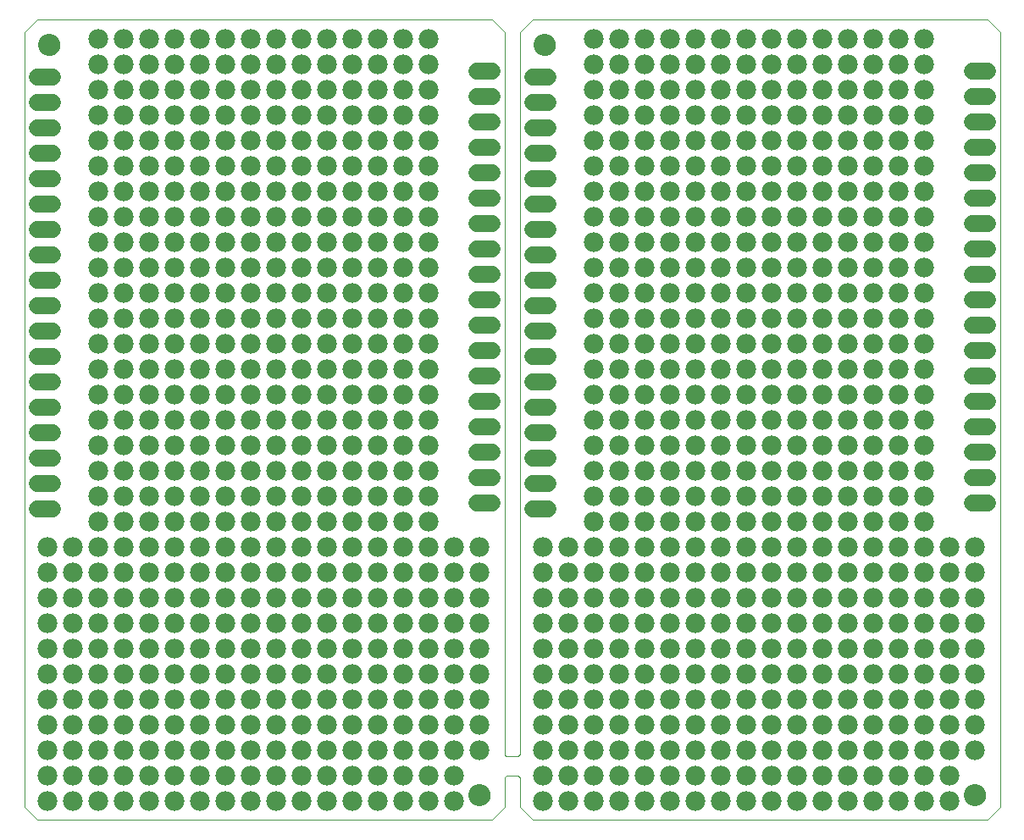
<source format=gts>
G75*
%MOIN*%
%OFA0B0*%
%FSLAX25Y25*%
%IPPOS*%
%LPD*%
%AMOC8*
5,1,8,0,0,1.08239X$1,22.5*
%
%ADD10C,0.00000*%
%ADD11C,0.08674*%
%ADD12C,0.06800*%
%ADD13C,0.07800*%
D10*
X0001202Y0006000D02*
X0006202Y0001000D01*
X0185202Y0001000D01*
X0190202Y0006000D01*
X0190202Y0017250D01*
X0190204Y0017318D01*
X0190209Y0017385D01*
X0190218Y0017452D01*
X0190231Y0017519D01*
X0190248Y0017584D01*
X0190267Y0017649D01*
X0190291Y0017713D01*
X0190318Y0017775D01*
X0190348Y0017836D01*
X0190381Y0017894D01*
X0190417Y0017951D01*
X0190457Y0018006D01*
X0190499Y0018059D01*
X0190545Y0018110D01*
X0190592Y0018157D01*
X0190643Y0018203D01*
X0190696Y0018245D01*
X0190751Y0018285D01*
X0190808Y0018321D01*
X0190866Y0018354D01*
X0190927Y0018384D01*
X0190989Y0018411D01*
X0191053Y0018435D01*
X0191118Y0018454D01*
X0191183Y0018471D01*
X0191250Y0018484D01*
X0191317Y0018493D01*
X0191384Y0018498D01*
X0191452Y0018500D01*
X0194952Y0018500D01*
X0195020Y0018498D01*
X0195087Y0018493D01*
X0195154Y0018484D01*
X0195221Y0018471D01*
X0195286Y0018454D01*
X0195351Y0018435D01*
X0195415Y0018411D01*
X0195477Y0018384D01*
X0195538Y0018354D01*
X0195596Y0018321D01*
X0195653Y0018285D01*
X0195708Y0018245D01*
X0195761Y0018203D01*
X0195812Y0018157D01*
X0195859Y0018110D01*
X0195905Y0018059D01*
X0195947Y0018006D01*
X0195987Y0017951D01*
X0196023Y0017894D01*
X0196056Y0017836D01*
X0196086Y0017775D01*
X0196113Y0017713D01*
X0196137Y0017649D01*
X0196156Y0017584D01*
X0196173Y0017519D01*
X0196186Y0017452D01*
X0196195Y0017385D01*
X0196200Y0017318D01*
X0196202Y0017250D01*
X0196202Y0006000D01*
X0201202Y0001000D01*
X0380202Y0001000D01*
X0385202Y0006000D01*
X0385202Y0311000D01*
X0380202Y0316000D01*
X0201202Y0316000D01*
X0196202Y0311000D01*
X0196202Y0027250D01*
X0196200Y0027182D01*
X0196195Y0027115D01*
X0196186Y0027048D01*
X0196173Y0026981D01*
X0196156Y0026916D01*
X0196137Y0026851D01*
X0196113Y0026787D01*
X0196086Y0026725D01*
X0196056Y0026664D01*
X0196023Y0026606D01*
X0195987Y0026549D01*
X0195947Y0026494D01*
X0195905Y0026441D01*
X0195859Y0026390D01*
X0195812Y0026343D01*
X0195761Y0026297D01*
X0195708Y0026255D01*
X0195653Y0026215D01*
X0195596Y0026179D01*
X0195538Y0026146D01*
X0195477Y0026116D01*
X0195415Y0026089D01*
X0195351Y0026065D01*
X0195286Y0026046D01*
X0195221Y0026029D01*
X0195154Y0026016D01*
X0195087Y0026007D01*
X0195020Y0026002D01*
X0194952Y0026000D01*
X0191452Y0026000D01*
X0191384Y0026002D01*
X0191317Y0026007D01*
X0191250Y0026016D01*
X0191183Y0026029D01*
X0191118Y0026046D01*
X0191053Y0026065D01*
X0190989Y0026089D01*
X0190927Y0026116D01*
X0190866Y0026146D01*
X0190808Y0026179D01*
X0190751Y0026215D01*
X0190696Y0026255D01*
X0190643Y0026297D01*
X0190592Y0026343D01*
X0190545Y0026390D01*
X0190499Y0026441D01*
X0190457Y0026494D01*
X0190417Y0026549D01*
X0190381Y0026606D01*
X0190348Y0026664D01*
X0190318Y0026725D01*
X0190291Y0026787D01*
X0190267Y0026851D01*
X0190248Y0026916D01*
X0190231Y0026981D01*
X0190218Y0027048D01*
X0190209Y0027115D01*
X0190204Y0027182D01*
X0190202Y0027250D01*
X0190202Y0311000D01*
X0185202Y0316000D01*
X0006202Y0316000D01*
X0001202Y0311000D01*
X0001202Y0006000D01*
X0176423Y0010843D02*
X0176425Y0010968D01*
X0176431Y0011093D01*
X0176441Y0011217D01*
X0176455Y0011341D01*
X0176472Y0011465D01*
X0176494Y0011588D01*
X0176520Y0011710D01*
X0176549Y0011832D01*
X0176582Y0011952D01*
X0176620Y0012071D01*
X0176660Y0012190D01*
X0176705Y0012306D01*
X0176753Y0012421D01*
X0176805Y0012535D01*
X0176861Y0012647D01*
X0176920Y0012757D01*
X0176982Y0012865D01*
X0177048Y0012972D01*
X0177117Y0013076D01*
X0177190Y0013177D01*
X0177265Y0013277D01*
X0177344Y0013374D01*
X0177426Y0013468D01*
X0177511Y0013560D01*
X0177598Y0013649D01*
X0177689Y0013735D01*
X0177782Y0013818D01*
X0177878Y0013899D01*
X0177976Y0013976D01*
X0178076Y0014050D01*
X0178179Y0014121D01*
X0178284Y0014188D01*
X0178392Y0014253D01*
X0178501Y0014313D01*
X0178612Y0014371D01*
X0178725Y0014424D01*
X0178839Y0014474D01*
X0178955Y0014521D01*
X0179072Y0014563D01*
X0179191Y0014602D01*
X0179311Y0014638D01*
X0179432Y0014669D01*
X0179554Y0014697D01*
X0179676Y0014720D01*
X0179800Y0014740D01*
X0179924Y0014756D01*
X0180048Y0014768D01*
X0180173Y0014776D01*
X0180298Y0014780D01*
X0180422Y0014780D01*
X0180547Y0014776D01*
X0180672Y0014768D01*
X0180796Y0014756D01*
X0180920Y0014740D01*
X0181044Y0014720D01*
X0181166Y0014697D01*
X0181288Y0014669D01*
X0181409Y0014638D01*
X0181529Y0014602D01*
X0181648Y0014563D01*
X0181765Y0014521D01*
X0181881Y0014474D01*
X0181995Y0014424D01*
X0182108Y0014371D01*
X0182219Y0014313D01*
X0182329Y0014253D01*
X0182436Y0014188D01*
X0182541Y0014121D01*
X0182644Y0014050D01*
X0182744Y0013976D01*
X0182842Y0013899D01*
X0182938Y0013818D01*
X0183031Y0013735D01*
X0183122Y0013649D01*
X0183209Y0013560D01*
X0183294Y0013468D01*
X0183376Y0013374D01*
X0183455Y0013277D01*
X0183530Y0013177D01*
X0183603Y0013076D01*
X0183672Y0012972D01*
X0183738Y0012865D01*
X0183800Y0012757D01*
X0183859Y0012647D01*
X0183915Y0012535D01*
X0183967Y0012421D01*
X0184015Y0012306D01*
X0184060Y0012190D01*
X0184100Y0012071D01*
X0184138Y0011952D01*
X0184171Y0011832D01*
X0184200Y0011710D01*
X0184226Y0011588D01*
X0184248Y0011465D01*
X0184265Y0011341D01*
X0184279Y0011217D01*
X0184289Y0011093D01*
X0184295Y0010968D01*
X0184297Y0010843D01*
X0184295Y0010718D01*
X0184289Y0010593D01*
X0184279Y0010469D01*
X0184265Y0010345D01*
X0184248Y0010221D01*
X0184226Y0010098D01*
X0184200Y0009976D01*
X0184171Y0009854D01*
X0184138Y0009734D01*
X0184100Y0009615D01*
X0184060Y0009496D01*
X0184015Y0009380D01*
X0183967Y0009265D01*
X0183915Y0009151D01*
X0183859Y0009039D01*
X0183800Y0008929D01*
X0183738Y0008821D01*
X0183672Y0008714D01*
X0183603Y0008610D01*
X0183530Y0008509D01*
X0183455Y0008409D01*
X0183376Y0008312D01*
X0183294Y0008218D01*
X0183209Y0008126D01*
X0183122Y0008037D01*
X0183031Y0007951D01*
X0182938Y0007868D01*
X0182842Y0007787D01*
X0182744Y0007710D01*
X0182644Y0007636D01*
X0182541Y0007565D01*
X0182436Y0007498D01*
X0182328Y0007433D01*
X0182219Y0007373D01*
X0182108Y0007315D01*
X0181995Y0007262D01*
X0181881Y0007212D01*
X0181765Y0007165D01*
X0181648Y0007123D01*
X0181529Y0007084D01*
X0181409Y0007048D01*
X0181288Y0007017D01*
X0181166Y0006989D01*
X0181044Y0006966D01*
X0180920Y0006946D01*
X0180796Y0006930D01*
X0180672Y0006918D01*
X0180547Y0006910D01*
X0180422Y0006906D01*
X0180298Y0006906D01*
X0180173Y0006910D01*
X0180048Y0006918D01*
X0179924Y0006930D01*
X0179800Y0006946D01*
X0179676Y0006966D01*
X0179554Y0006989D01*
X0179432Y0007017D01*
X0179311Y0007048D01*
X0179191Y0007084D01*
X0179072Y0007123D01*
X0178955Y0007165D01*
X0178839Y0007212D01*
X0178725Y0007262D01*
X0178612Y0007315D01*
X0178501Y0007373D01*
X0178391Y0007433D01*
X0178284Y0007498D01*
X0178179Y0007565D01*
X0178076Y0007636D01*
X0177976Y0007710D01*
X0177878Y0007787D01*
X0177782Y0007868D01*
X0177689Y0007951D01*
X0177598Y0008037D01*
X0177511Y0008126D01*
X0177426Y0008218D01*
X0177344Y0008312D01*
X0177265Y0008409D01*
X0177190Y0008509D01*
X0177117Y0008610D01*
X0177048Y0008714D01*
X0176982Y0008821D01*
X0176920Y0008929D01*
X0176861Y0009039D01*
X0176805Y0009151D01*
X0176753Y0009265D01*
X0176705Y0009380D01*
X0176660Y0009496D01*
X0176620Y0009615D01*
X0176582Y0009734D01*
X0176549Y0009854D01*
X0176520Y0009976D01*
X0176494Y0010098D01*
X0176472Y0010221D01*
X0176455Y0010345D01*
X0176441Y0010469D01*
X0176431Y0010593D01*
X0176425Y0010718D01*
X0176423Y0010843D01*
X0371423Y0010843D02*
X0371425Y0010968D01*
X0371431Y0011093D01*
X0371441Y0011217D01*
X0371455Y0011341D01*
X0371472Y0011465D01*
X0371494Y0011588D01*
X0371520Y0011710D01*
X0371549Y0011832D01*
X0371582Y0011952D01*
X0371620Y0012071D01*
X0371660Y0012190D01*
X0371705Y0012306D01*
X0371753Y0012421D01*
X0371805Y0012535D01*
X0371861Y0012647D01*
X0371920Y0012757D01*
X0371982Y0012865D01*
X0372048Y0012972D01*
X0372117Y0013076D01*
X0372190Y0013177D01*
X0372265Y0013277D01*
X0372344Y0013374D01*
X0372426Y0013468D01*
X0372511Y0013560D01*
X0372598Y0013649D01*
X0372689Y0013735D01*
X0372782Y0013818D01*
X0372878Y0013899D01*
X0372976Y0013976D01*
X0373076Y0014050D01*
X0373179Y0014121D01*
X0373284Y0014188D01*
X0373392Y0014253D01*
X0373501Y0014313D01*
X0373612Y0014371D01*
X0373725Y0014424D01*
X0373839Y0014474D01*
X0373955Y0014521D01*
X0374072Y0014563D01*
X0374191Y0014602D01*
X0374311Y0014638D01*
X0374432Y0014669D01*
X0374554Y0014697D01*
X0374676Y0014720D01*
X0374800Y0014740D01*
X0374924Y0014756D01*
X0375048Y0014768D01*
X0375173Y0014776D01*
X0375298Y0014780D01*
X0375422Y0014780D01*
X0375547Y0014776D01*
X0375672Y0014768D01*
X0375796Y0014756D01*
X0375920Y0014740D01*
X0376044Y0014720D01*
X0376166Y0014697D01*
X0376288Y0014669D01*
X0376409Y0014638D01*
X0376529Y0014602D01*
X0376648Y0014563D01*
X0376765Y0014521D01*
X0376881Y0014474D01*
X0376995Y0014424D01*
X0377108Y0014371D01*
X0377219Y0014313D01*
X0377329Y0014253D01*
X0377436Y0014188D01*
X0377541Y0014121D01*
X0377644Y0014050D01*
X0377744Y0013976D01*
X0377842Y0013899D01*
X0377938Y0013818D01*
X0378031Y0013735D01*
X0378122Y0013649D01*
X0378209Y0013560D01*
X0378294Y0013468D01*
X0378376Y0013374D01*
X0378455Y0013277D01*
X0378530Y0013177D01*
X0378603Y0013076D01*
X0378672Y0012972D01*
X0378738Y0012865D01*
X0378800Y0012757D01*
X0378859Y0012647D01*
X0378915Y0012535D01*
X0378967Y0012421D01*
X0379015Y0012306D01*
X0379060Y0012190D01*
X0379100Y0012071D01*
X0379138Y0011952D01*
X0379171Y0011832D01*
X0379200Y0011710D01*
X0379226Y0011588D01*
X0379248Y0011465D01*
X0379265Y0011341D01*
X0379279Y0011217D01*
X0379289Y0011093D01*
X0379295Y0010968D01*
X0379297Y0010843D01*
X0379295Y0010718D01*
X0379289Y0010593D01*
X0379279Y0010469D01*
X0379265Y0010345D01*
X0379248Y0010221D01*
X0379226Y0010098D01*
X0379200Y0009976D01*
X0379171Y0009854D01*
X0379138Y0009734D01*
X0379100Y0009615D01*
X0379060Y0009496D01*
X0379015Y0009380D01*
X0378967Y0009265D01*
X0378915Y0009151D01*
X0378859Y0009039D01*
X0378800Y0008929D01*
X0378738Y0008821D01*
X0378672Y0008714D01*
X0378603Y0008610D01*
X0378530Y0008509D01*
X0378455Y0008409D01*
X0378376Y0008312D01*
X0378294Y0008218D01*
X0378209Y0008126D01*
X0378122Y0008037D01*
X0378031Y0007951D01*
X0377938Y0007868D01*
X0377842Y0007787D01*
X0377744Y0007710D01*
X0377644Y0007636D01*
X0377541Y0007565D01*
X0377436Y0007498D01*
X0377328Y0007433D01*
X0377219Y0007373D01*
X0377108Y0007315D01*
X0376995Y0007262D01*
X0376881Y0007212D01*
X0376765Y0007165D01*
X0376648Y0007123D01*
X0376529Y0007084D01*
X0376409Y0007048D01*
X0376288Y0007017D01*
X0376166Y0006989D01*
X0376044Y0006966D01*
X0375920Y0006946D01*
X0375796Y0006930D01*
X0375672Y0006918D01*
X0375547Y0006910D01*
X0375422Y0006906D01*
X0375298Y0006906D01*
X0375173Y0006910D01*
X0375048Y0006918D01*
X0374924Y0006930D01*
X0374800Y0006946D01*
X0374676Y0006966D01*
X0374554Y0006989D01*
X0374432Y0007017D01*
X0374311Y0007048D01*
X0374191Y0007084D01*
X0374072Y0007123D01*
X0373955Y0007165D01*
X0373839Y0007212D01*
X0373725Y0007262D01*
X0373612Y0007315D01*
X0373501Y0007373D01*
X0373391Y0007433D01*
X0373284Y0007498D01*
X0373179Y0007565D01*
X0373076Y0007636D01*
X0372976Y0007710D01*
X0372878Y0007787D01*
X0372782Y0007868D01*
X0372689Y0007951D01*
X0372598Y0008037D01*
X0372511Y0008126D01*
X0372426Y0008218D01*
X0372344Y0008312D01*
X0372265Y0008409D01*
X0372190Y0008509D01*
X0372117Y0008610D01*
X0372048Y0008714D01*
X0371982Y0008821D01*
X0371920Y0008929D01*
X0371861Y0009039D01*
X0371805Y0009151D01*
X0371753Y0009265D01*
X0371705Y0009380D01*
X0371660Y0009496D01*
X0371620Y0009615D01*
X0371582Y0009734D01*
X0371549Y0009854D01*
X0371520Y0009976D01*
X0371494Y0010098D01*
X0371472Y0010221D01*
X0371455Y0010345D01*
X0371441Y0010469D01*
X0371431Y0010593D01*
X0371425Y0010718D01*
X0371423Y0010843D01*
X0202132Y0306118D02*
X0202134Y0306243D01*
X0202140Y0306368D01*
X0202150Y0306492D01*
X0202164Y0306616D01*
X0202181Y0306740D01*
X0202203Y0306863D01*
X0202229Y0306985D01*
X0202258Y0307107D01*
X0202291Y0307227D01*
X0202329Y0307346D01*
X0202369Y0307465D01*
X0202414Y0307581D01*
X0202462Y0307696D01*
X0202514Y0307810D01*
X0202570Y0307922D01*
X0202629Y0308032D01*
X0202691Y0308140D01*
X0202757Y0308247D01*
X0202826Y0308351D01*
X0202899Y0308452D01*
X0202974Y0308552D01*
X0203053Y0308649D01*
X0203135Y0308743D01*
X0203220Y0308835D01*
X0203307Y0308924D01*
X0203398Y0309010D01*
X0203491Y0309093D01*
X0203587Y0309174D01*
X0203685Y0309251D01*
X0203785Y0309325D01*
X0203888Y0309396D01*
X0203993Y0309463D01*
X0204101Y0309528D01*
X0204210Y0309588D01*
X0204321Y0309646D01*
X0204434Y0309699D01*
X0204548Y0309749D01*
X0204664Y0309796D01*
X0204781Y0309838D01*
X0204900Y0309877D01*
X0205020Y0309913D01*
X0205141Y0309944D01*
X0205263Y0309972D01*
X0205385Y0309995D01*
X0205509Y0310015D01*
X0205633Y0310031D01*
X0205757Y0310043D01*
X0205882Y0310051D01*
X0206007Y0310055D01*
X0206131Y0310055D01*
X0206256Y0310051D01*
X0206381Y0310043D01*
X0206505Y0310031D01*
X0206629Y0310015D01*
X0206753Y0309995D01*
X0206875Y0309972D01*
X0206997Y0309944D01*
X0207118Y0309913D01*
X0207238Y0309877D01*
X0207357Y0309838D01*
X0207474Y0309796D01*
X0207590Y0309749D01*
X0207704Y0309699D01*
X0207817Y0309646D01*
X0207928Y0309588D01*
X0208038Y0309528D01*
X0208145Y0309463D01*
X0208250Y0309396D01*
X0208353Y0309325D01*
X0208453Y0309251D01*
X0208551Y0309174D01*
X0208647Y0309093D01*
X0208740Y0309010D01*
X0208831Y0308924D01*
X0208918Y0308835D01*
X0209003Y0308743D01*
X0209085Y0308649D01*
X0209164Y0308552D01*
X0209239Y0308452D01*
X0209312Y0308351D01*
X0209381Y0308247D01*
X0209447Y0308140D01*
X0209509Y0308032D01*
X0209568Y0307922D01*
X0209624Y0307810D01*
X0209676Y0307696D01*
X0209724Y0307581D01*
X0209769Y0307465D01*
X0209809Y0307346D01*
X0209847Y0307227D01*
X0209880Y0307107D01*
X0209909Y0306985D01*
X0209935Y0306863D01*
X0209957Y0306740D01*
X0209974Y0306616D01*
X0209988Y0306492D01*
X0209998Y0306368D01*
X0210004Y0306243D01*
X0210006Y0306118D01*
X0210004Y0305993D01*
X0209998Y0305868D01*
X0209988Y0305744D01*
X0209974Y0305620D01*
X0209957Y0305496D01*
X0209935Y0305373D01*
X0209909Y0305251D01*
X0209880Y0305129D01*
X0209847Y0305009D01*
X0209809Y0304890D01*
X0209769Y0304771D01*
X0209724Y0304655D01*
X0209676Y0304540D01*
X0209624Y0304426D01*
X0209568Y0304314D01*
X0209509Y0304204D01*
X0209447Y0304096D01*
X0209381Y0303989D01*
X0209312Y0303885D01*
X0209239Y0303784D01*
X0209164Y0303684D01*
X0209085Y0303587D01*
X0209003Y0303493D01*
X0208918Y0303401D01*
X0208831Y0303312D01*
X0208740Y0303226D01*
X0208647Y0303143D01*
X0208551Y0303062D01*
X0208453Y0302985D01*
X0208353Y0302911D01*
X0208250Y0302840D01*
X0208145Y0302773D01*
X0208037Y0302708D01*
X0207928Y0302648D01*
X0207817Y0302590D01*
X0207704Y0302537D01*
X0207590Y0302487D01*
X0207474Y0302440D01*
X0207357Y0302398D01*
X0207238Y0302359D01*
X0207118Y0302323D01*
X0206997Y0302292D01*
X0206875Y0302264D01*
X0206753Y0302241D01*
X0206629Y0302221D01*
X0206505Y0302205D01*
X0206381Y0302193D01*
X0206256Y0302185D01*
X0206131Y0302181D01*
X0206007Y0302181D01*
X0205882Y0302185D01*
X0205757Y0302193D01*
X0205633Y0302205D01*
X0205509Y0302221D01*
X0205385Y0302241D01*
X0205263Y0302264D01*
X0205141Y0302292D01*
X0205020Y0302323D01*
X0204900Y0302359D01*
X0204781Y0302398D01*
X0204664Y0302440D01*
X0204548Y0302487D01*
X0204434Y0302537D01*
X0204321Y0302590D01*
X0204210Y0302648D01*
X0204100Y0302708D01*
X0203993Y0302773D01*
X0203888Y0302840D01*
X0203785Y0302911D01*
X0203685Y0302985D01*
X0203587Y0303062D01*
X0203491Y0303143D01*
X0203398Y0303226D01*
X0203307Y0303312D01*
X0203220Y0303401D01*
X0203135Y0303493D01*
X0203053Y0303587D01*
X0202974Y0303684D01*
X0202899Y0303784D01*
X0202826Y0303885D01*
X0202757Y0303989D01*
X0202691Y0304096D01*
X0202629Y0304204D01*
X0202570Y0304314D01*
X0202514Y0304426D01*
X0202462Y0304540D01*
X0202414Y0304655D01*
X0202369Y0304771D01*
X0202329Y0304890D01*
X0202291Y0305009D01*
X0202258Y0305129D01*
X0202229Y0305251D01*
X0202203Y0305373D01*
X0202181Y0305496D01*
X0202164Y0305620D01*
X0202150Y0305744D01*
X0202140Y0305868D01*
X0202134Y0305993D01*
X0202132Y0306118D01*
X0007132Y0306118D02*
X0007134Y0306243D01*
X0007140Y0306368D01*
X0007150Y0306492D01*
X0007164Y0306616D01*
X0007181Y0306740D01*
X0007203Y0306863D01*
X0007229Y0306985D01*
X0007258Y0307107D01*
X0007291Y0307227D01*
X0007329Y0307346D01*
X0007369Y0307465D01*
X0007414Y0307581D01*
X0007462Y0307696D01*
X0007514Y0307810D01*
X0007570Y0307922D01*
X0007629Y0308032D01*
X0007691Y0308140D01*
X0007757Y0308247D01*
X0007826Y0308351D01*
X0007899Y0308452D01*
X0007974Y0308552D01*
X0008053Y0308649D01*
X0008135Y0308743D01*
X0008220Y0308835D01*
X0008307Y0308924D01*
X0008398Y0309010D01*
X0008491Y0309093D01*
X0008587Y0309174D01*
X0008685Y0309251D01*
X0008785Y0309325D01*
X0008888Y0309396D01*
X0008993Y0309463D01*
X0009101Y0309528D01*
X0009210Y0309588D01*
X0009321Y0309646D01*
X0009434Y0309699D01*
X0009548Y0309749D01*
X0009664Y0309796D01*
X0009781Y0309838D01*
X0009900Y0309877D01*
X0010020Y0309913D01*
X0010141Y0309944D01*
X0010263Y0309972D01*
X0010385Y0309995D01*
X0010509Y0310015D01*
X0010633Y0310031D01*
X0010757Y0310043D01*
X0010882Y0310051D01*
X0011007Y0310055D01*
X0011131Y0310055D01*
X0011256Y0310051D01*
X0011381Y0310043D01*
X0011505Y0310031D01*
X0011629Y0310015D01*
X0011753Y0309995D01*
X0011875Y0309972D01*
X0011997Y0309944D01*
X0012118Y0309913D01*
X0012238Y0309877D01*
X0012357Y0309838D01*
X0012474Y0309796D01*
X0012590Y0309749D01*
X0012704Y0309699D01*
X0012817Y0309646D01*
X0012928Y0309588D01*
X0013038Y0309528D01*
X0013145Y0309463D01*
X0013250Y0309396D01*
X0013353Y0309325D01*
X0013453Y0309251D01*
X0013551Y0309174D01*
X0013647Y0309093D01*
X0013740Y0309010D01*
X0013831Y0308924D01*
X0013918Y0308835D01*
X0014003Y0308743D01*
X0014085Y0308649D01*
X0014164Y0308552D01*
X0014239Y0308452D01*
X0014312Y0308351D01*
X0014381Y0308247D01*
X0014447Y0308140D01*
X0014509Y0308032D01*
X0014568Y0307922D01*
X0014624Y0307810D01*
X0014676Y0307696D01*
X0014724Y0307581D01*
X0014769Y0307465D01*
X0014809Y0307346D01*
X0014847Y0307227D01*
X0014880Y0307107D01*
X0014909Y0306985D01*
X0014935Y0306863D01*
X0014957Y0306740D01*
X0014974Y0306616D01*
X0014988Y0306492D01*
X0014998Y0306368D01*
X0015004Y0306243D01*
X0015006Y0306118D01*
X0015004Y0305993D01*
X0014998Y0305868D01*
X0014988Y0305744D01*
X0014974Y0305620D01*
X0014957Y0305496D01*
X0014935Y0305373D01*
X0014909Y0305251D01*
X0014880Y0305129D01*
X0014847Y0305009D01*
X0014809Y0304890D01*
X0014769Y0304771D01*
X0014724Y0304655D01*
X0014676Y0304540D01*
X0014624Y0304426D01*
X0014568Y0304314D01*
X0014509Y0304204D01*
X0014447Y0304096D01*
X0014381Y0303989D01*
X0014312Y0303885D01*
X0014239Y0303784D01*
X0014164Y0303684D01*
X0014085Y0303587D01*
X0014003Y0303493D01*
X0013918Y0303401D01*
X0013831Y0303312D01*
X0013740Y0303226D01*
X0013647Y0303143D01*
X0013551Y0303062D01*
X0013453Y0302985D01*
X0013353Y0302911D01*
X0013250Y0302840D01*
X0013145Y0302773D01*
X0013037Y0302708D01*
X0012928Y0302648D01*
X0012817Y0302590D01*
X0012704Y0302537D01*
X0012590Y0302487D01*
X0012474Y0302440D01*
X0012357Y0302398D01*
X0012238Y0302359D01*
X0012118Y0302323D01*
X0011997Y0302292D01*
X0011875Y0302264D01*
X0011753Y0302241D01*
X0011629Y0302221D01*
X0011505Y0302205D01*
X0011381Y0302193D01*
X0011256Y0302185D01*
X0011131Y0302181D01*
X0011007Y0302181D01*
X0010882Y0302185D01*
X0010757Y0302193D01*
X0010633Y0302205D01*
X0010509Y0302221D01*
X0010385Y0302241D01*
X0010263Y0302264D01*
X0010141Y0302292D01*
X0010020Y0302323D01*
X0009900Y0302359D01*
X0009781Y0302398D01*
X0009664Y0302440D01*
X0009548Y0302487D01*
X0009434Y0302537D01*
X0009321Y0302590D01*
X0009210Y0302648D01*
X0009100Y0302708D01*
X0008993Y0302773D01*
X0008888Y0302840D01*
X0008785Y0302911D01*
X0008685Y0302985D01*
X0008587Y0303062D01*
X0008491Y0303143D01*
X0008398Y0303226D01*
X0008307Y0303312D01*
X0008220Y0303401D01*
X0008135Y0303493D01*
X0008053Y0303587D01*
X0007974Y0303684D01*
X0007899Y0303784D01*
X0007826Y0303885D01*
X0007757Y0303989D01*
X0007691Y0304096D01*
X0007629Y0304204D01*
X0007570Y0304314D01*
X0007514Y0304426D01*
X0007462Y0304540D01*
X0007414Y0304655D01*
X0007369Y0304771D01*
X0007329Y0304890D01*
X0007291Y0305009D01*
X0007258Y0305129D01*
X0007229Y0305251D01*
X0007203Y0305373D01*
X0007181Y0305496D01*
X0007164Y0305620D01*
X0007150Y0305744D01*
X0007140Y0305868D01*
X0007134Y0305993D01*
X0007132Y0306118D01*
D11*
X0011069Y0306118D03*
X0206069Y0306118D03*
X0180360Y0010843D03*
X0375360Y0010843D03*
D12*
X0374328Y0125862D02*
X0380328Y0125862D01*
X0380328Y0135862D02*
X0374328Y0135862D01*
X0374328Y0145862D02*
X0380328Y0145862D01*
X0380328Y0155862D02*
X0374328Y0155862D01*
X0374328Y0165862D02*
X0380328Y0165862D01*
X0380328Y0175862D02*
X0374328Y0175862D01*
X0374328Y0185862D02*
X0380328Y0185862D01*
X0380328Y0195862D02*
X0374328Y0195862D01*
X0374328Y0205862D02*
X0380328Y0205862D01*
X0380328Y0215862D02*
X0374328Y0215862D01*
X0374328Y0225862D02*
X0380328Y0225862D01*
X0380328Y0235862D02*
X0374328Y0235862D01*
X0374328Y0245862D02*
X0380328Y0245862D01*
X0380328Y0255862D02*
X0374328Y0255862D01*
X0374328Y0265862D02*
X0380328Y0265862D01*
X0380328Y0275862D02*
X0374328Y0275862D01*
X0374328Y0285862D02*
X0380328Y0285862D01*
X0380328Y0295862D02*
X0374328Y0295862D01*
X0207100Y0293461D02*
X0201100Y0293461D01*
X0201100Y0283461D02*
X0207100Y0283461D01*
X0207100Y0273461D02*
X0201100Y0273461D01*
X0201100Y0263461D02*
X0207100Y0263461D01*
X0207100Y0253461D02*
X0201100Y0253461D01*
X0201100Y0243461D02*
X0207100Y0243461D01*
X0207100Y0233461D02*
X0201100Y0233461D01*
X0201100Y0223461D02*
X0207100Y0223461D01*
X0207100Y0213461D02*
X0201100Y0213461D01*
X0201100Y0203461D02*
X0207100Y0203461D01*
X0207100Y0193461D02*
X0201100Y0193461D01*
X0201100Y0183461D02*
X0207100Y0183461D01*
X0207100Y0173461D02*
X0201100Y0173461D01*
X0201100Y0163461D02*
X0207100Y0163461D01*
X0207100Y0153461D02*
X0201100Y0153461D01*
X0201100Y0143461D02*
X0207100Y0143461D01*
X0207100Y0133461D02*
X0201100Y0133461D01*
X0201100Y0123461D02*
X0207100Y0123461D01*
X0185328Y0125862D02*
X0179328Y0125862D01*
X0179328Y0135862D02*
X0185328Y0135862D01*
X0185328Y0145862D02*
X0179328Y0145862D01*
X0179328Y0155862D02*
X0185328Y0155862D01*
X0185328Y0165862D02*
X0179328Y0165862D01*
X0179328Y0175862D02*
X0185328Y0175862D01*
X0185328Y0185862D02*
X0179328Y0185862D01*
X0179328Y0195862D02*
X0185328Y0195862D01*
X0185328Y0205862D02*
X0179328Y0205862D01*
X0179328Y0215862D02*
X0185328Y0215862D01*
X0185328Y0225862D02*
X0179328Y0225862D01*
X0179328Y0235862D02*
X0185328Y0235862D01*
X0185328Y0245862D02*
X0179328Y0245862D01*
X0179328Y0255862D02*
X0185328Y0255862D01*
X0185328Y0265862D02*
X0179328Y0265862D01*
X0179328Y0275862D02*
X0185328Y0275862D01*
X0185328Y0285862D02*
X0179328Y0285862D01*
X0179328Y0295862D02*
X0185328Y0295862D01*
X0012100Y0293461D02*
X0006100Y0293461D01*
X0006100Y0283461D02*
X0012100Y0283461D01*
X0012100Y0273461D02*
X0006100Y0273461D01*
X0006100Y0263461D02*
X0012100Y0263461D01*
X0012100Y0253461D02*
X0006100Y0253461D01*
X0006100Y0243461D02*
X0012100Y0243461D01*
X0012100Y0233461D02*
X0006100Y0233461D01*
X0006100Y0223461D02*
X0012100Y0223461D01*
X0012100Y0213461D02*
X0006100Y0213461D01*
X0006100Y0203461D02*
X0012100Y0203461D01*
X0012100Y0193461D02*
X0006100Y0193461D01*
X0006100Y0183461D02*
X0012100Y0183461D01*
X0012100Y0173461D02*
X0006100Y0173461D01*
X0006100Y0163461D02*
X0012100Y0163461D01*
X0012100Y0153461D02*
X0006100Y0153461D01*
X0006100Y0143461D02*
X0012100Y0143461D01*
X0012100Y0133461D02*
X0006100Y0133461D01*
X0006100Y0123461D02*
X0012100Y0123461D01*
D13*
X0010202Y0108500D03*
X0010202Y0098500D03*
X0020202Y0098500D03*
X0030202Y0098500D03*
X0030202Y0108500D03*
X0020202Y0108500D03*
X0030202Y0118500D03*
X0030202Y0128500D03*
X0030202Y0138500D03*
X0030202Y0148500D03*
X0040202Y0148500D03*
X0050202Y0148500D03*
X0050202Y0138500D03*
X0040202Y0138500D03*
X0040202Y0128500D03*
X0050202Y0128500D03*
X0050202Y0118500D03*
X0040202Y0118500D03*
X0040202Y0108500D03*
X0050202Y0108500D03*
X0050202Y0098500D03*
X0040202Y0098500D03*
X0040202Y0088500D03*
X0050202Y0088500D03*
X0050202Y0078500D03*
X0040202Y0078500D03*
X0030202Y0078500D03*
X0020202Y0078500D03*
X0010202Y0078500D03*
X0010202Y0068500D03*
X0010202Y0058500D03*
X0010202Y0048500D03*
X0010202Y0038500D03*
X0020202Y0038500D03*
X0030202Y0038500D03*
X0030202Y0048500D03*
X0020202Y0048500D03*
X0020202Y0058500D03*
X0030202Y0058500D03*
X0030202Y0068500D03*
X0020202Y0068500D03*
X0040202Y0068500D03*
X0050202Y0068500D03*
X0050202Y0058500D03*
X0040202Y0058500D03*
X0040202Y0048500D03*
X0050202Y0048500D03*
X0050202Y0038500D03*
X0040202Y0038500D03*
X0040202Y0028500D03*
X0050202Y0028500D03*
X0050202Y0018500D03*
X0040202Y0018500D03*
X0030202Y0018500D03*
X0020202Y0018500D03*
X0010202Y0018500D03*
X0010202Y0008500D03*
X0020202Y0008500D03*
X0030202Y0008500D03*
X0040202Y0008500D03*
X0050202Y0008500D03*
X0060202Y0008500D03*
X0060202Y0018500D03*
X0060202Y0028500D03*
X0070202Y0028500D03*
X0080202Y0028500D03*
X0080202Y0018500D03*
X0070202Y0018500D03*
X0070202Y0008500D03*
X0080202Y0008500D03*
X0090202Y0008500D03*
X0100202Y0008500D03*
X0100202Y0018500D03*
X0090202Y0018500D03*
X0090202Y0028500D03*
X0100202Y0028500D03*
X0110202Y0028500D03*
X0110202Y0018500D03*
X0110202Y0008500D03*
X0120202Y0008500D03*
X0130202Y0008500D03*
X0130202Y0018500D03*
X0120202Y0018500D03*
X0120202Y0028500D03*
X0130202Y0028500D03*
X0140202Y0028500D03*
X0150202Y0028500D03*
X0150202Y0018500D03*
X0140202Y0018500D03*
X0140202Y0008500D03*
X0150202Y0008500D03*
X0160202Y0008500D03*
X0160202Y0018500D03*
X0160202Y0028500D03*
X0170202Y0028500D03*
X0180202Y0028500D03*
X0170202Y0018500D03*
X0170202Y0008500D03*
X0205202Y0008500D03*
X0215202Y0008500D03*
X0215202Y0018500D03*
X0205202Y0018500D03*
X0205202Y0028500D03*
X0215202Y0028500D03*
X0225202Y0028500D03*
X0235202Y0028500D03*
X0235202Y0018500D03*
X0225202Y0018500D03*
X0225202Y0008500D03*
X0235202Y0008500D03*
X0245202Y0008500D03*
X0245202Y0018500D03*
X0245202Y0028500D03*
X0255202Y0028500D03*
X0265202Y0028500D03*
X0265202Y0018500D03*
X0255202Y0018500D03*
X0255202Y0008500D03*
X0265202Y0008500D03*
X0275202Y0008500D03*
X0285202Y0008500D03*
X0285202Y0018500D03*
X0275202Y0018500D03*
X0275202Y0028500D03*
X0285202Y0028500D03*
X0295202Y0028500D03*
X0305202Y0028500D03*
X0305202Y0018500D03*
X0295202Y0018500D03*
X0295202Y0008500D03*
X0305202Y0008500D03*
X0315202Y0008500D03*
X0315202Y0018500D03*
X0315202Y0028500D03*
X0325202Y0028500D03*
X0335202Y0028500D03*
X0335202Y0018500D03*
X0325202Y0018500D03*
X0325202Y0008500D03*
X0335202Y0008500D03*
X0345202Y0008500D03*
X0355202Y0008500D03*
X0355202Y0018500D03*
X0345202Y0018500D03*
X0345202Y0028500D03*
X0355202Y0028500D03*
X0365202Y0028500D03*
X0365202Y0018500D03*
X0365202Y0008500D03*
X0375202Y0028500D03*
X0375202Y0038500D03*
X0365202Y0038500D03*
X0355202Y0038500D03*
X0345202Y0038500D03*
X0335202Y0038500D03*
X0325202Y0038500D03*
X0315202Y0038500D03*
X0305202Y0038500D03*
X0295202Y0038500D03*
X0285202Y0038500D03*
X0275202Y0038500D03*
X0265202Y0038500D03*
X0255202Y0038500D03*
X0245202Y0038500D03*
X0235202Y0038500D03*
X0225202Y0038500D03*
X0215202Y0038500D03*
X0205202Y0038500D03*
X0205202Y0048500D03*
X0215202Y0048500D03*
X0215202Y0058500D03*
X0205202Y0058500D03*
X0205202Y0068500D03*
X0215202Y0068500D03*
X0215202Y0078500D03*
X0205202Y0078500D03*
X0205202Y0088500D03*
X0215202Y0088500D03*
X0225202Y0088500D03*
X0235202Y0088500D03*
X0235202Y0078500D03*
X0225202Y0078500D03*
X0225202Y0068500D03*
X0235202Y0068500D03*
X0235202Y0058500D03*
X0225202Y0058500D03*
X0225202Y0048500D03*
X0235202Y0048500D03*
X0245202Y0048500D03*
X0245202Y0058500D03*
X0245202Y0068500D03*
X0245202Y0078500D03*
X0245202Y0088500D03*
X0255202Y0088500D03*
X0265202Y0088500D03*
X0265202Y0078500D03*
X0255202Y0078500D03*
X0255202Y0068500D03*
X0265202Y0068500D03*
X0265202Y0058500D03*
X0255202Y0058500D03*
X0255202Y0048500D03*
X0265202Y0048500D03*
X0275202Y0048500D03*
X0285202Y0048500D03*
X0285202Y0058500D03*
X0275202Y0058500D03*
X0275202Y0068500D03*
X0285202Y0068500D03*
X0285202Y0078500D03*
X0275202Y0078500D03*
X0275202Y0088500D03*
X0285202Y0088500D03*
X0295202Y0088500D03*
X0305202Y0088500D03*
X0305202Y0078500D03*
X0295202Y0078500D03*
X0295202Y0068500D03*
X0305202Y0068500D03*
X0305202Y0058500D03*
X0295202Y0058500D03*
X0295202Y0048500D03*
X0305202Y0048500D03*
X0315202Y0048500D03*
X0315202Y0058500D03*
X0315202Y0068500D03*
X0315202Y0078500D03*
X0315202Y0088500D03*
X0325202Y0088500D03*
X0335202Y0088500D03*
X0335202Y0078500D03*
X0325202Y0078500D03*
X0325202Y0068500D03*
X0335202Y0068500D03*
X0335202Y0058500D03*
X0325202Y0058500D03*
X0325202Y0048500D03*
X0335202Y0048500D03*
X0345202Y0048500D03*
X0355202Y0048500D03*
X0355202Y0058500D03*
X0345202Y0058500D03*
X0345202Y0068500D03*
X0355202Y0068500D03*
X0355202Y0078500D03*
X0345202Y0078500D03*
X0345202Y0088500D03*
X0355202Y0088500D03*
X0365202Y0088500D03*
X0365202Y0078500D03*
X0365202Y0068500D03*
X0365202Y0058500D03*
X0365202Y0048500D03*
X0375202Y0048500D03*
X0375202Y0058500D03*
X0375202Y0068500D03*
X0375202Y0078500D03*
X0375202Y0088500D03*
X0375202Y0098500D03*
X0365202Y0098500D03*
X0355202Y0098500D03*
X0345202Y0098500D03*
X0335202Y0098500D03*
X0325202Y0098500D03*
X0315202Y0098500D03*
X0305202Y0098500D03*
X0295202Y0098500D03*
X0285202Y0098500D03*
X0275202Y0098500D03*
X0265202Y0098500D03*
X0255202Y0098500D03*
X0245202Y0098500D03*
X0235202Y0098500D03*
X0225202Y0098500D03*
X0215202Y0098500D03*
X0205202Y0098500D03*
X0205202Y0108500D03*
X0215202Y0108500D03*
X0225202Y0108500D03*
X0235202Y0108500D03*
X0235202Y0118500D03*
X0225202Y0118500D03*
X0225202Y0128500D03*
X0235202Y0128500D03*
X0235202Y0138500D03*
X0225202Y0138500D03*
X0225202Y0148500D03*
X0235202Y0148500D03*
X0245202Y0148500D03*
X0245202Y0138500D03*
X0245202Y0128500D03*
X0245202Y0118500D03*
X0245202Y0108500D03*
X0255202Y0108500D03*
X0265202Y0108500D03*
X0265202Y0118500D03*
X0255202Y0118500D03*
X0255202Y0128500D03*
X0265202Y0128500D03*
X0265202Y0138500D03*
X0255202Y0138500D03*
X0255202Y0148500D03*
X0265202Y0148500D03*
X0275202Y0148500D03*
X0285202Y0148500D03*
X0285202Y0138500D03*
X0275202Y0138500D03*
X0275202Y0128500D03*
X0285202Y0128500D03*
X0285202Y0118500D03*
X0275202Y0118500D03*
X0275202Y0108500D03*
X0285202Y0108500D03*
X0295202Y0108500D03*
X0305202Y0108500D03*
X0305202Y0118500D03*
X0295202Y0118500D03*
X0295202Y0128500D03*
X0305202Y0128500D03*
X0305202Y0138500D03*
X0295202Y0138500D03*
X0295202Y0148500D03*
X0305202Y0148500D03*
X0315202Y0148500D03*
X0315202Y0138500D03*
X0315202Y0128500D03*
X0315202Y0118500D03*
X0315202Y0108500D03*
X0325202Y0108500D03*
X0335202Y0108500D03*
X0335202Y0118500D03*
X0325202Y0118500D03*
X0325202Y0128500D03*
X0335202Y0128500D03*
X0335202Y0138500D03*
X0325202Y0138500D03*
X0325202Y0148500D03*
X0335202Y0148500D03*
X0345202Y0148500D03*
X0355202Y0148500D03*
X0355202Y0138500D03*
X0345202Y0138500D03*
X0345202Y0128500D03*
X0355202Y0128500D03*
X0355202Y0118500D03*
X0345202Y0118500D03*
X0345202Y0108500D03*
X0355202Y0108500D03*
X0365202Y0108500D03*
X0375202Y0108500D03*
X0355202Y0158500D03*
X0345202Y0158500D03*
X0335202Y0158500D03*
X0325202Y0158500D03*
X0315202Y0158500D03*
X0305202Y0158500D03*
X0295202Y0158500D03*
X0285202Y0158500D03*
X0275202Y0158500D03*
X0265202Y0158500D03*
X0255202Y0158500D03*
X0245202Y0158500D03*
X0235202Y0158500D03*
X0225202Y0158500D03*
X0225202Y0168500D03*
X0235202Y0168500D03*
X0235202Y0178500D03*
X0225202Y0178500D03*
X0225202Y0188500D03*
X0235202Y0188500D03*
X0235202Y0198500D03*
X0225202Y0198500D03*
X0225202Y0208500D03*
X0235202Y0208500D03*
X0235202Y0218500D03*
X0225202Y0218500D03*
X0225202Y0228500D03*
X0235202Y0228500D03*
X0235202Y0238500D03*
X0225202Y0238500D03*
X0225202Y0248500D03*
X0235202Y0248500D03*
X0235202Y0258500D03*
X0225202Y0258500D03*
X0225202Y0268500D03*
X0235202Y0268500D03*
X0235202Y0278500D03*
X0225202Y0278500D03*
X0225202Y0288500D03*
X0235202Y0288500D03*
X0235202Y0298500D03*
X0225202Y0298500D03*
X0225202Y0308500D03*
X0235202Y0308500D03*
X0245202Y0308500D03*
X0245202Y0298500D03*
X0245202Y0288500D03*
X0255202Y0288500D03*
X0265202Y0288500D03*
X0265202Y0298500D03*
X0255202Y0298500D03*
X0255202Y0308500D03*
X0265202Y0308500D03*
X0275202Y0308500D03*
X0285202Y0308500D03*
X0285202Y0298500D03*
X0275202Y0298500D03*
X0275202Y0288500D03*
X0285202Y0288500D03*
X0295202Y0288500D03*
X0305202Y0288500D03*
X0305202Y0298500D03*
X0295202Y0298500D03*
X0295202Y0308500D03*
X0305202Y0308500D03*
X0315202Y0308500D03*
X0315202Y0298500D03*
X0315202Y0288500D03*
X0325202Y0288500D03*
X0335202Y0288500D03*
X0335202Y0298500D03*
X0325202Y0298500D03*
X0325202Y0308500D03*
X0335202Y0308500D03*
X0345202Y0308500D03*
X0355202Y0308500D03*
X0355202Y0298500D03*
X0345202Y0298500D03*
X0345202Y0288500D03*
X0355202Y0288500D03*
X0355202Y0278500D03*
X0345202Y0278500D03*
X0335202Y0278500D03*
X0325202Y0278500D03*
X0315202Y0278500D03*
X0305202Y0278500D03*
X0295202Y0278500D03*
X0285202Y0278500D03*
X0275202Y0278500D03*
X0265202Y0278500D03*
X0255202Y0278500D03*
X0245202Y0278500D03*
X0245202Y0268500D03*
X0245202Y0258500D03*
X0245202Y0248500D03*
X0245202Y0238500D03*
X0245202Y0228500D03*
X0255202Y0228500D03*
X0265202Y0228500D03*
X0265202Y0238500D03*
X0255202Y0238500D03*
X0255202Y0248500D03*
X0265202Y0248500D03*
X0265202Y0258500D03*
X0255202Y0258500D03*
X0255202Y0268500D03*
X0265202Y0268500D03*
X0275202Y0268500D03*
X0285202Y0268500D03*
X0285202Y0258500D03*
X0275202Y0258500D03*
X0275202Y0248500D03*
X0285202Y0248500D03*
X0285202Y0238500D03*
X0275202Y0238500D03*
X0275202Y0228500D03*
X0285202Y0228500D03*
X0295202Y0228500D03*
X0305202Y0228500D03*
X0305202Y0238500D03*
X0295202Y0238500D03*
X0295202Y0248500D03*
X0305202Y0248500D03*
X0305202Y0258500D03*
X0295202Y0258500D03*
X0295202Y0268500D03*
X0305202Y0268500D03*
X0315202Y0268500D03*
X0315202Y0258500D03*
X0315202Y0248500D03*
X0315202Y0238500D03*
X0315202Y0228500D03*
X0325202Y0228500D03*
X0335202Y0228500D03*
X0335202Y0238500D03*
X0325202Y0238500D03*
X0325202Y0248500D03*
X0335202Y0248500D03*
X0335202Y0258500D03*
X0325202Y0258500D03*
X0325202Y0268500D03*
X0335202Y0268500D03*
X0345202Y0268500D03*
X0355202Y0268500D03*
X0355202Y0258500D03*
X0345202Y0258500D03*
X0345202Y0248500D03*
X0355202Y0248500D03*
X0355202Y0238500D03*
X0345202Y0238500D03*
X0345202Y0228500D03*
X0355202Y0228500D03*
X0355202Y0218500D03*
X0345202Y0218500D03*
X0335202Y0218500D03*
X0325202Y0218500D03*
X0315202Y0218500D03*
X0305202Y0218500D03*
X0295202Y0218500D03*
X0285202Y0218500D03*
X0275202Y0218500D03*
X0265202Y0218500D03*
X0255202Y0218500D03*
X0245202Y0218500D03*
X0245202Y0208500D03*
X0245202Y0198500D03*
X0245202Y0188500D03*
X0245202Y0178500D03*
X0245202Y0168500D03*
X0255202Y0168500D03*
X0265202Y0168500D03*
X0265202Y0178500D03*
X0255202Y0178500D03*
X0255202Y0188500D03*
X0265202Y0188500D03*
X0265202Y0198500D03*
X0255202Y0198500D03*
X0255202Y0208500D03*
X0265202Y0208500D03*
X0275202Y0208500D03*
X0285202Y0208500D03*
X0285202Y0198500D03*
X0275202Y0198500D03*
X0275202Y0188500D03*
X0285202Y0188500D03*
X0285202Y0178500D03*
X0275202Y0178500D03*
X0275202Y0168500D03*
X0285202Y0168500D03*
X0295202Y0168500D03*
X0305202Y0168500D03*
X0305202Y0178500D03*
X0295202Y0178500D03*
X0295202Y0188500D03*
X0305202Y0188500D03*
X0305202Y0198500D03*
X0295202Y0198500D03*
X0295202Y0208500D03*
X0305202Y0208500D03*
X0315202Y0208500D03*
X0315202Y0198500D03*
X0315202Y0188500D03*
X0315202Y0178500D03*
X0315202Y0168500D03*
X0325202Y0168500D03*
X0335202Y0168500D03*
X0335202Y0178500D03*
X0325202Y0178500D03*
X0325202Y0188500D03*
X0335202Y0188500D03*
X0335202Y0198500D03*
X0325202Y0198500D03*
X0325202Y0208500D03*
X0335202Y0208500D03*
X0345202Y0208500D03*
X0355202Y0208500D03*
X0355202Y0198500D03*
X0345202Y0198500D03*
X0345202Y0188500D03*
X0355202Y0188500D03*
X0355202Y0178500D03*
X0345202Y0178500D03*
X0345202Y0168500D03*
X0355202Y0168500D03*
X0180202Y0108500D03*
X0170202Y0108500D03*
X0160202Y0108500D03*
X0150202Y0108500D03*
X0140202Y0108500D03*
X0130202Y0108500D03*
X0120202Y0108500D03*
X0110202Y0108500D03*
X0100202Y0108500D03*
X0090202Y0108500D03*
X0080202Y0108500D03*
X0070202Y0108500D03*
X0060202Y0108500D03*
X0060202Y0098500D03*
X0070202Y0098500D03*
X0080202Y0098500D03*
X0090202Y0098500D03*
X0100202Y0098500D03*
X0110202Y0098500D03*
X0120202Y0098500D03*
X0130202Y0098500D03*
X0140202Y0098500D03*
X0150202Y0098500D03*
X0160202Y0098500D03*
X0170202Y0098500D03*
X0180202Y0098500D03*
X0180202Y0088500D03*
X0170202Y0088500D03*
X0160202Y0088500D03*
X0150202Y0088500D03*
X0140202Y0088500D03*
X0130202Y0088500D03*
X0120202Y0088500D03*
X0110202Y0088500D03*
X0100202Y0088500D03*
X0090202Y0088500D03*
X0080202Y0088500D03*
X0070202Y0088500D03*
X0060202Y0088500D03*
X0060202Y0078500D03*
X0060202Y0068500D03*
X0060202Y0058500D03*
X0060202Y0048500D03*
X0060202Y0038500D03*
X0070202Y0038500D03*
X0080202Y0038500D03*
X0080202Y0048500D03*
X0070202Y0048500D03*
X0070202Y0058500D03*
X0080202Y0058500D03*
X0080202Y0068500D03*
X0070202Y0068500D03*
X0070202Y0078500D03*
X0080202Y0078500D03*
X0090202Y0078500D03*
X0100202Y0078500D03*
X0100202Y0068500D03*
X0090202Y0068500D03*
X0090202Y0058500D03*
X0100202Y0058500D03*
X0100202Y0048500D03*
X0090202Y0048500D03*
X0090202Y0038500D03*
X0100202Y0038500D03*
X0110202Y0038500D03*
X0110202Y0048500D03*
X0110202Y0058500D03*
X0110202Y0068500D03*
X0110202Y0078500D03*
X0120202Y0078500D03*
X0130202Y0078500D03*
X0130202Y0068500D03*
X0120202Y0068500D03*
X0120202Y0058500D03*
X0130202Y0058500D03*
X0130202Y0048500D03*
X0120202Y0048500D03*
X0120202Y0038500D03*
X0130202Y0038500D03*
X0140202Y0038500D03*
X0150202Y0038500D03*
X0150202Y0048500D03*
X0140202Y0048500D03*
X0140202Y0058500D03*
X0150202Y0058500D03*
X0150202Y0068500D03*
X0140202Y0068500D03*
X0140202Y0078500D03*
X0150202Y0078500D03*
X0160202Y0078500D03*
X0160202Y0068500D03*
X0160202Y0058500D03*
X0160202Y0048500D03*
X0160202Y0038500D03*
X0170202Y0038500D03*
X0180202Y0038500D03*
X0180202Y0048500D03*
X0170202Y0048500D03*
X0170202Y0058500D03*
X0180202Y0058500D03*
X0180202Y0068500D03*
X0170202Y0068500D03*
X0170202Y0078500D03*
X0180202Y0078500D03*
X0160202Y0118500D03*
X0150202Y0118500D03*
X0140202Y0118500D03*
X0130202Y0118500D03*
X0120202Y0118500D03*
X0110202Y0118500D03*
X0100202Y0118500D03*
X0090202Y0118500D03*
X0080202Y0118500D03*
X0070202Y0118500D03*
X0060202Y0118500D03*
X0060202Y0128500D03*
X0060202Y0138500D03*
X0060202Y0148500D03*
X0070202Y0148500D03*
X0080202Y0148500D03*
X0080202Y0138500D03*
X0070202Y0138500D03*
X0070202Y0128500D03*
X0080202Y0128500D03*
X0090202Y0128500D03*
X0100202Y0128500D03*
X0100202Y0138500D03*
X0090202Y0138500D03*
X0090202Y0148500D03*
X0100202Y0148500D03*
X0110202Y0148500D03*
X0110202Y0138500D03*
X0110202Y0128500D03*
X0120202Y0128500D03*
X0130202Y0128500D03*
X0130202Y0138500D03*
X0120202Y0138500D03*
X0120202Y0148500D03*
X0130202Y0148500D03*
X0140202Y0148500D03*
X0150202Y0148500D03*
X0150202Y0138500D03*
X0140202Y0138500D03*
X0140202Y0128500D03*
X0150202Y0128500D03*
X0160202Y0128500D03*
X0160202Y0138500D03*
X0160202Y0148500D03*
X0160202Y0158500D03*
X0150202Y0158500D03*
X0140202Y0158500D03*
X0130202Y0158500D03*
X0120202Y0158500D03*
X0110202Y0158500D03*
X0100202Y0158500D03*
X0090202Y0158500D03*
X0080202Y0158500D03*
X0070202Y0158500D03*
X0060202Y0158500D03*
X0050202Y0158500D03*
X0040202Y0158500D03*
X0030202Y0158500D03*
X0030202Y0168500D03*
X0030202Y0178500D03*
X0030202Y0188500D03*
X0030202Y0198500D03*
X0030202Y0208500D03*
X0030202Y0218500D03*
X0040202Y0218500D03*
X0050202Y0218500D03*
X0050202Y0208500D03*
X0040202Y0208500D03*
X0040202Y0198500D03*
X0050202Y0198500D03*
X0050202Y0188500D03*
X0040202Y0188500D03*
X0040202Y0178500D03*
X0050202Y0178500D03*
X0050202Y0168500D03*
X0040202Y0168500D03*
X0060202Y0168500D03*
X0060202Y0178500D03*
X0060202Y0188500D03*
X0060202Y0198500D03*
X0060202Y0208500D03*
X0060202Y0218500D03*
X0070202Y0218500D03*
X0080202Y0218500D03*
X0080202Y0208500D03*
X0070202Y0208500D03*
X0070202Y0198500D03*
X0080202Y0198500D03*
X0080202Y0188500D03*
X0070202Y0188500D03*
X0070202Y0178500D03*
X0080202Y0178500D03*
X0080202Y0168500D03*
X0070202Y0168500D03*
X0090202Y0168500D03*
X0100202Y0168500D03*
X0100202Y0178500D03*
X0090202Y0178500D03*
X0090202Y0188500D03*
X0100202Y0188500D03*
X0100202Y0198500D03*
X0090202Y0198500D03*
X0090202Y0208500D03*
X0100202Y0208500D03*
X0100202Y0218500D03*
X0090202Y0218500D03*
X0090202Y0228500D03*
X0100202Y0228500D03*
X0100202Y0238500D03*
X0090202Y0238500D03*
X0080202Y0238500D03*
X0070202Y0238500D03*
X0060202Y0238500D03*
X0050202Y0238500D03*
X0040202Y0238500D03*
X0030202Y0238500D03*
X0030202Y0228500D03*
X0040202Y0228500D03*
X0050202Y0228500D03*
X0060202Y0228500D03*
X0070202Y0228500D03*
X0080202Y0228500D03*
X0080202Y0248500D03*
X0070202Y0248500D03*
X0060202Y0248500D03*
X0050202Y0248500D03*
X0040202Y0248500D03*
X0030202Y0248500D03*
X0030202Y0258500D03*
X0030202Y0268500D03*
X0030202Y0278500D03*
X0040202Y0278500D03*
X0050202Y0278500D03*
X0050202Y0268500D03*
X0040202Y0268500D03*
X0040202Y0258500D03*
X0050202Y0258500D03*
X0060202Y0258500D03*
X0060202Y0268500D03*
X0060202Y0278500D03*
X0070202Y0278500D03*
X0080202Y0278500D03*
X0080202Y0268500D03*
X0070202Y0268500D03*
X0070202Y0258500D03*
X0080202Y0258500D03*
X0090202Y0258500D03*
X0100202Y0258500D03*
X0100202Y0248500D03*
X0090202Y0248500D03*
X0110202Y0248500D03*
X0110202Y0238500D03*
X0110202Y0228500D03*
X0120202Y0228500D03*
X0130202Y0228500D03*
X0130202Y0238500D03*
X0120202Y0238500D03*
X0120202Y0248500D03*
X0130202Y0248500D03*
X0130202Y0258500D03*
X0120202Y0258500D03*
X0110202Y0258500D03*
X0110202Y0268500D03*
X0100202Y0268500D03*
X0090202Y0268500D03*
X0090202Y0278500D03*
X0100202Y0278500D03*
X0110202Y0278500D03*
X0120202Y0278500D03*
X0130202Y0278500D03*
X0130202Y0268500D03*
X0120202Y0268500D03*
X0140202Y0268500D03*
X0150202Y0268500D03*
X0150202Y0258500D03*
X0140202Y0258500D03*
X0140202Y0248500D03*
X0150202Y0248500D03*
X0150202Y0238500D03*
X0140202Y0238500D03*
X0140202Y0228500D03*
X0150202Y0228500D03*
X0160202Y0228500D03*
X0160202Y0238500D03*
X0160202Y0248500D03*
X0160202Y0258500D03*
X0160202Y0268500D03*
X0160202Y0278500D03*
X0150202Y0278500D03*
X0140202Y0278500D03*
X0140202Y0288500D03*
X0150202Y0288500D03*
X0150202Y0298500D03*
X0140202Y0298500D03*
X0130202Y0298500D03*
X0120202Y0298500D03*
X0110202Y0298500D03*
X0100202Y0298500D03*
X0090202Y0298500D03*
X0080202Y0298500D03*
X0070202Y0298500D03*
X0060202Y0298500D03*
X0050202Y0298500D03*
X0040202Y0298500D03*
X0030202Y0298500D03*
X0030202Y0288500D03*
X0040202Y0288500D03*
X0050202Y0288500D03*
X0060202Y0288500D03*
X0070202Y0288500D03*
X0080202Y0288500D03*
X0090202Y0288500D03*
X0100202Y0288500D03*
X0110202Y0288500D03*
X0120202Y0288500D03*
X0130202Y0288500D03*
X0130202Y0308500D03*
X0120202Y0308500D03*
X0110202Y0308500D03*
X0100202Y0308500D03*
X0090202Y0308500D03*
X0080202Y0308500D03*
X0070202Y0308500D03*
X0060202Y0308500D03*
X0050202Y0308500D03*
X0040202Y0308500D03*
X0030202Y0308500D03*
X0140202Y0308500D03*
X0150202Y0308500D03*
X0160202Y0308500D03*
X0160202Y0298500D03*
X0160202Y0288500D03*
X0160202Y0218500D03*
X0150202Y0218500D03*
X0140202Y0218500D03*
X0130202Y0218500D03*
X0120202Y0218500D03*
X0110202Y0218500D03*
X0110202Y0208500D03*
X0110202Y0198500D03*
X0110202Y0188500D03*
X0110202Y0178500D03*
X0110202Y0168500D03*
X0120202Y0168500D03*
X0130202Y0168500D03*
X0130202Y0178500D03*
X0120202Y0178500D03*
X0120202Y0188500D03*
X0130202Y0188500D03*
X0130202Y0198500D03*
X0120202Y0198500D03*
X0120202Y0208500D03*
X0130202Y0208500D03*
X0140202Y0208500D03*
X0150202Y0208500D03*
X0150202Y0198500D03*
X0140202Y0198500D03*
X0140202Y0188500D03*
X0150202Y0188500D03*
X0150202Y0178500D03*
X0140202Y0178500D03*
X0140202Y0168500D03*
X0150202Y0168500D03*
X0160202Y0168500D03*
X0160202Y0178500D03*
X0160202Y0188500D03*
X0160202Y0198500D03*
X0160202Y0208500D03*
X0030202Y0088500D03*
X0020202Y0088500D03*
X0010202Y0088500D03*
X0010202Y0028500D03*
X0020202Y0028500D03*
X0030202Y0028500D03*
M02*

</source>
